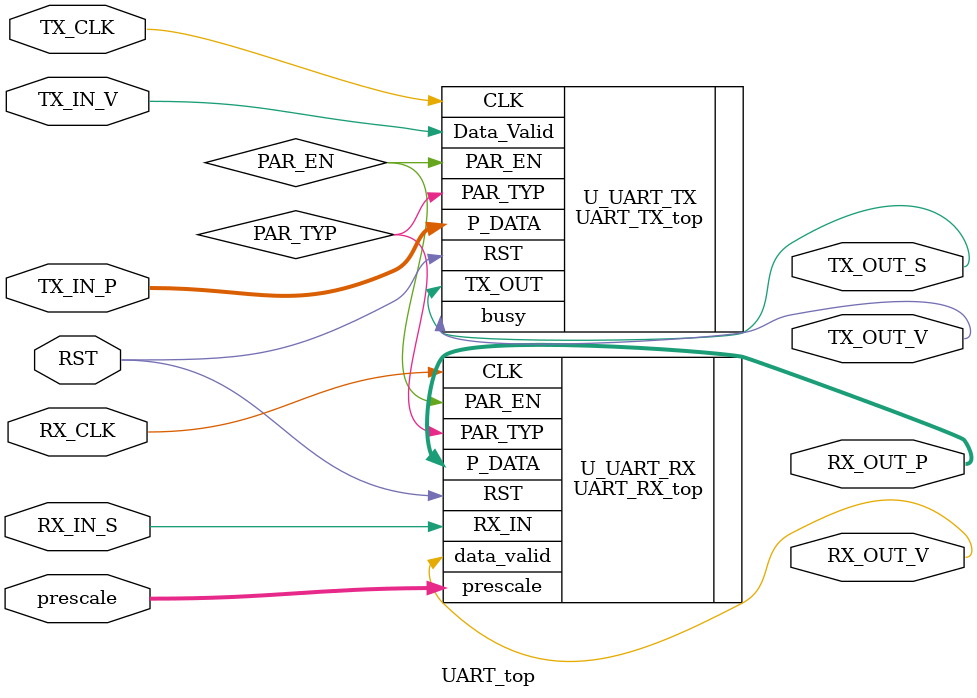
<source format=v>
module UART_top(
  input TX_CLK,
  input [7:0] TX_IN_P,
  input TX_IN_V,
  input RST,
  input RX_IN_S,
  input [5:0] prescale,
  input RX_CLK,
  output TX_OUT_S,
  output TX_OUT_V,
  output [7:0] RX_OUT_P,
  output RX_OUT_V
  );
  wire PAR_EN;
  wire PAR_TYP;
  
  UART_TX_top U_UART_TX(
  .CLK(TX_CLK),
  .P_DATA(TX_IN_P),
  .Data_Valid(TX_IN_V),
  .RST(RST),
  .PAR_EN(PAR_EN),
  .TX_OUT(TX_OUT_S),
  .busy(TX_OUT_V),
  .PAR_TYP(PAR_TYP)
  );
  
  UART_RX_top U_UART_RX(
  .CLK(RX_CLK),
  .RST(RST),
  .PAR_EN(PAR_EN),
  .PAR_TYP(PAR_TYP),
  .prescale(prescale),
  .RX_IN(RX_IN_S),
  .P_DATA(RX_OUT_P),
  .data_valid(RX_OUT_V)
  );
  
endmodule

</source>
